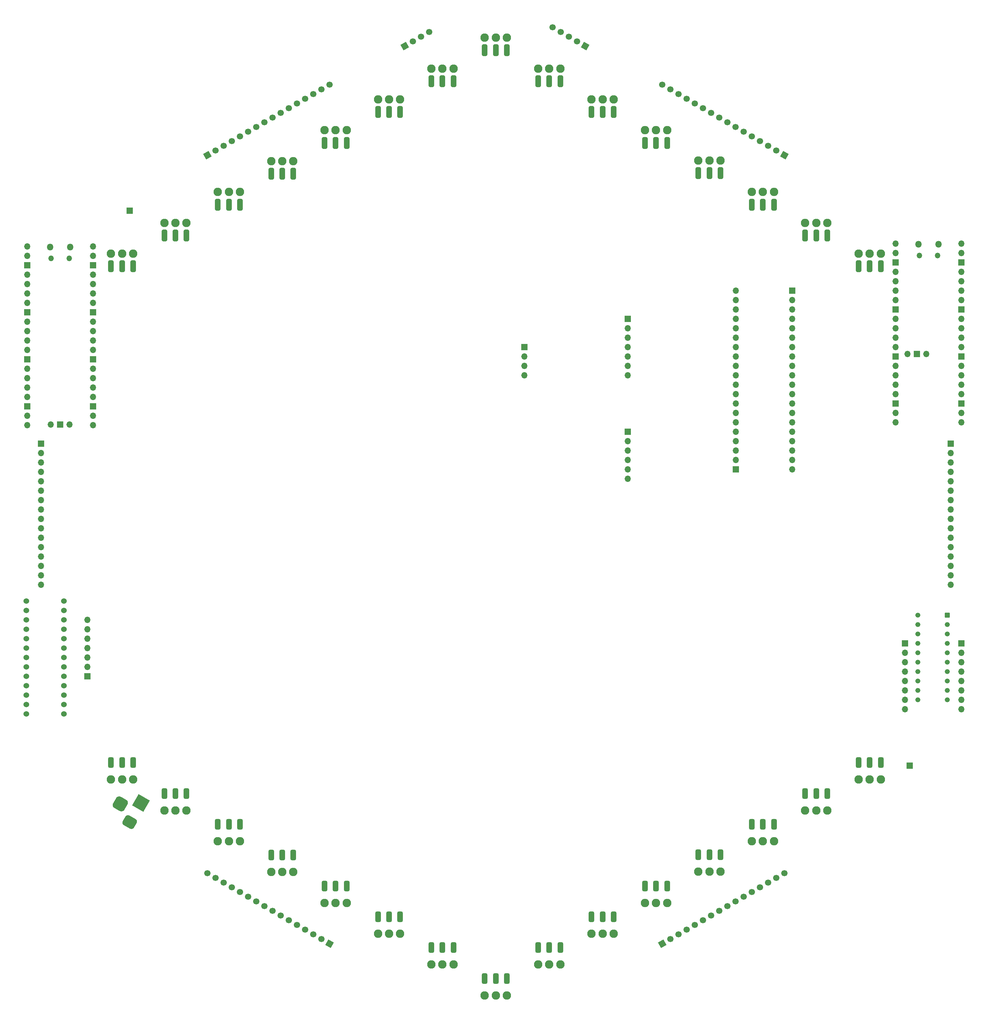
<source format=gts>
%TF.GenerationSoftware,KiCad,Pcbnew,7.0.9*%
%TF.CreationDate,2024-01-04T00:39:50-06:00*%
%TF.ProjectId,HexDisplayPCB,48657844-6973-4706-9c61-795043422e6b,rev?*%
%TF.SameCoordinates,Original*%
%TF.FileFunction,Soldermask,Top*%
%TF.FilePolarity,Negative*%
%FSLAX46Y46*%
G04 Gerber Fmt 4.6, Leading zero omitted, Abs format (unit mm)*
G04 Created by KiCad (PCBNEW 7.0.9) date 2024-01-04 00:39:50*
%MOMM*%
%LPD*%
G01*
G04 APERTURE LIST*
G04 Aperture macros list*
%AMRoundRect*
0 Rectangle with rounded corners*
0 $1 Rounding radius*
0 $2 $3 $4 $5 $6 $7 $8 $9 X,Y pos of 4 corners*
0 Add a 4 corners polygon primitive as box body*
4,1,4,$2,$3,$4,$5,$6,$7,$8,$9,$2,$3,0*
0 Add four circle primitives for the rounded corners*
1,1,$1+$1,$2,$3*
1,1,$1+$1,$4,$5*
1,1,$1+$1,$6,$7*
1,1,$1+$1,$8,$9*
0 Add four rect primitives between the rounded corners*
20,1,$1+$1,$2,$3,$4,$5,0*
20,1,$1+$1,$4,$5,$6,$7,0*
20,1,$1+$1,$6,$7,$8,$9,0*
20,1,$1+$1,$8,$9,$2,$3,0*%
%AMHorizOval*
0 Thick line with rounded ends*
0 $1 width*
0 $2 $3 position (X,Y) of the first rounded end (center of the circle)*
0 $4 $5 position (X,Y) of the second rounded end (center of the circle)*
0 Add line between two ends*
20,1,$1,$2,$3,$4,$5,0*
0 Add two circle primitives to create the rounded ends*
1,1,$1,$2,$3*
1,1,$1,$4,$5*%
%AMRotRect*
0 Rectangle, with rotation*
0 The origin of the aperture is its center*
0 $1 length*
0 $2 width*
0 $3 Rotation angle, in degrees counterclockwise*
0 Add horizontal line*
21,1,$1,$2,0,0,$3*%
G04 Aperture macros list end*
%ADD10C,1.524000*%
%ADD11RoundRect,0.381000X-0.381000X1.190500X-0.381000X-1.190500X0.381000X-1.190500X0.381000X1.190500X0*%
%ADD12RoundRect,0.381000X-0.381000X1.025500X-0.381000X-1.025500X0.381000X-1.025500X0.381000X1.025500X0*%
%ADD13C,2.286000*%
%ADD14R,1.700000X1.700000*%
%ADD15O,1.700000X1.700000*%
%ADD16HorizOval,1.700000X0.000000X0.000000X0.000000X0.000000X0*%
%ADD17RotRect,1.700000X1.700000X60.000000*%
%ADD18RotRect,3.500000X3.500000X60.000000*%
%ADD19RoundRect,0.750000X0.491025X-1.149519X1.241025X0.149519X-0.491025X1.149519X-1.241025X-0.149519X0*%
%ADD20RoundRect,0.875000X0.320272X-1.195272X1.195272X0.320272X-0.320272X1.195272X-1.195272X-0.320272X0*%
%ADD21RoundRect,0.102000X0.565000X0.565000X-0.565000X0.565000X-0.565000X-0.565000X0.565000X-0.565000X0*%
%ADD22C,1.334000*%
%ADD23HorizOval,1.700000X0.000000X0.000000X0.000000X0.000000X0*%
%ADD24RotRect,1.700000X1.700000X300.000000*%
%ADD25O,1.800000X1.800000*%
%ADD26O,1.500000X1.500000*%
G04 APERTURE END LIST*
D10*
%TO.C,U2*%
X224790000Y-234950000D03*
X224790000Y-237490000D03*
X224790000Y-240030000D03*
X224790000Y-242570000D03*
X224790000Y-245110000D03*
X224790000Y-247650000D03*
X224790000Y-250190000D03*
X224790000Y-252730000D03*
X224790000Y-252730000D03*
X224790000Y-255270000D03*
X224790000Y-257810000D03*
X224790000Y-260350000D03*
X224790000Y-262890000D03*
X224790000Y-265430000D03*
X214630000Y-234950000D03*
X214630000Y-237490000D03*
X214630000Y-240030000D03*
X214630000Y-242570000D03*
X214630000Y-245110000D03*
X214630000Y-247650000D03*
X214630000Y-250190000D03*
X214630000Y-252730000D03*
X214630000Y-255270000D03*
X214630000Y-257810000D03*
X214630000Y-260350000D03*
X214630000Y-262890000D03*
X214630000Y-265430000D03*
%TD*%
D11*
%TO.C,A12*%
X367398054Y-102860167D03*
X370398054Y-102860167D03*
X373398054Y-102860167D03*
D12*
X367398054Y-320182167D03*
X370398054Y-320182167D03*
X373398054Y-320182167D03*
D13*
X373398054Y-99446667D03*
X370398054Y-99446667D03*
X367398054Y-99446667D03*
X373398054Y-324746667D03*
X370398054Y-324746667D03*
X367398054Y-324746667D03*
%TD*%
D11*
%TO.C,A2*%
X251926054Y-136193500D03*
X254926054Y-136193500D03*
X257926054Y-136193500D03*
D12*
X251926054Y-286875500D03*
X254926054Y-286875500D03*
X257926054Y-286875500D03*
D13*
X257926054Y-132780000D03*
X254926054Y-132780000D03*
X251926054Y-132780000D03*
X257926054Y-291440000D03*
X254926054Y-291440000D03*
X251926054Y-291440000D03*
%TD*%
D11*
%TO.C,A4*%
X280794054Y-119526834D03*
X283794054Y-119526834D03*
X286794054Y-119526834D03*
D12*
X280794054Y-303528834D03*
X283794054Y-303528834D03*
X286794054Y-303528834D03*
D13*
X286794054Y-116113334D03*
X283794054Y-116113334D03*
X280794054Y-116113334D03*
X286794054Y-308093334D03*
X283794054Y-308093334D03*
X280794054Y-308093334D03*
%TD*%
D11*
%TO.C,A7*%
X324096054Y-94526834D03*
X327096054Y-94526834D03*
X330096054Y-94526834D03*
D12*
X324096054Y-328508834D03*
X327096054Y-328508834D03*
X330096054Y-328508834D03*
D13*
X330096054Y-91113334D03*
X327096054Y-91113334D03*
X324096054Y-91113334D03*
X330096054Y-333073334D03*
X327096054Y-333073334D03*
X324096054Y-333073334D03*
%TD*%
D11*
%TO.C,A3*%
X266360054Y-127860167D03*
X269360054Y-127860167D03*
X272360054Y-127860167D03*
D12*
X266360054Y-295202167D03*
X269360054Y-295202167D03*
X272360054Y-295202167D03*
D13*
X272360054Y-124446667D03*
X269360054Y-124446667D03*
X266360054Y-124446667D03*
X272360054Y-299766667D03*
X269360054Y-299766667D03*
X266360054Y-299766667D03*
%TD*%
D11*
%TO.C,A6*%
X309662054Y-102860167D03*
X312662054Y-102860167D03*
X315662054Y-102860167D03*
D12*
X309662054Y-320182167D03*
X312662054Y-320182167D03*
X315662054Y-320182167D03*
D13*
X315662054Y-99446667D03*
X312662054Y-99446667D03*
X309662054Y-99446667D03*
X315662054Y-324746667D03*
X312662054Y-324746667D03*
X309662054Y-324746667D03*
%TD*%
%TO.C,A17*%
X445568054Y-141113334D03*
X442568054Y-141113334D03*
X439568054Y-141113334D03*
X445568054Y-283113334D03*
X442568054Y-283113334D03*
X439568054Y-283113334D03*
D11*
X439568054Y-144526834D03*
X442568054Y-144526834D03*
X445568054Y-144526834D03*
D12*
X439568054Y-278548834D03*
X442568054Y-278548834D03*
X445568054Y-278548834D03*
%TD*%
D13*
%TO.C,A1*%
X243492054Y-141113334D03*
X240492054Y-141113334D03*
X237492054Y-141113334D03*
X243492054Y-283113334D03*
X240492054Y-283113334D03*
X237492054Y-283113334D03*
D11*
X237492054Y-144526834D03*
X240492054Y-144526834D03*
X243492054Y-144526834D03*
D12*
X237492054Y-278548834D03*
X240492054Y-278548834D03*
X243492054Y-278548834D03*
%TD*%
D11*
%TO.C,A15*%
X410700054Y-127860167D03*
X413700054Y-127860167D03*
X416700054Y-127860167D03*
D12*
X410700054Y-295202167D03*
X413700054Y-295202167D03*
X416700054Y-295202167D03*
D13*
X416700054Y-124446667D03*
X413700054Y-124446667D03*
X410700054Y-124446667D03*
X416700054Y-299766667D03*
X413700054Y-299766667D03*
X410700054Y-299766667D03*
%TD*%
D11*
%TO.C,A14*%
X396240000Y-119380000D03*
X399240000Y-119380000D03*
X402240000Y-119380000D03*
D12*
X396240000Y-303382000D03*
X399240000Y-303382000D03*
X402240000Y-303382000D03*
D13*
X402240000Y-115966500D03*
X399240000Y-115966500D03*
X396240000Y-115966500D03*
X402240000Y-307946500D03*
X399240000Y-307946500D03*
X396240000Y-307946500D03*
%TD*%
D11*
%TO.C,A16*%
X425134054Y-136193500D03*
X428134054Y-136193500D03*
X431134054Y-136193500D03*
D12*
X425134054Y-286875500D03*
X428134054Y-286875500D03*
X431134054Y-286875500D03*
D13*
X431134054Y-132780000D03*
X428134054Y-132780000D03*
X425134054Y-132780000D03*
X431134054Y-291440000D03*
X428134054Y-291440000D03*
X425134054Y-291440000D03*
%TD*%
D11*
%TO.C,A11*%
X352964054Y-94526834D03*
X355964054Y-94526834D03*
X358964054Y-94526834D03*
D12*
X352964054Y-328508834D03*
X355964054Y-328508834D03*
X358964054Y-328508834D03*
D13*
X358964054Y-91113334D03*
X355964054Y-91113334D03*
X352964054Y-91113334D03*
X358964054Y-333073334D03*
X355964054Y-333073334D03*
X352964054Y-333073334D03*
%TD*%
D11*
%TO.C,A8*%
X338530054Y-86193500D03*
X341530054Y-86193500D03*
X344530054Y-86193500D03*
D12*
X338530054Y-336835500D03*
X341530054Y-336835500D03*
X344530054Y-336835500D03*
D13*
X344530054Y-82780000D03*
X341530054Y-82780000D03*
X338530054Y-82780000D03*
X344530054Y-341400000D03*
X341530054Y-341400000D03*
X338530054Y-341400000D03*
%TD*%
D11*
%TO.C,A13*%
X381832054Y-111193500D03*
X384832054Y-111193500D03*
X387832054Y-111193500D03*
D12*
X381832054Y-311855500D03*
X384832054Y-311855500D03*
X387832054Y-311855500D03*
D13*
X387832054Y-107780000D03*
X384832054Y-107780000D03*
X381832054Y-107780000D03*
X387832054Y-316420000D03*
X384832054Y-316420000D03*
X381832054Y-316420000D03*
%TD*%
D11*
%TO.C,A5*%
X295228054Y-111193500D03*
X298228054Y-111193500D03*
X301228054Y-111193500D03*
D12*
X295228054Y-311855500D03*
X298228054Y-311855500D03*
X301228054Y-311855500D03*
D13*
X301228054Y-107780000D03*
X298228054Y-107780000D03*
X295228054Y-107780000D03*
X301228054Y-316420000D03*
X298228054Y-316420000D03*
X295228054Y-316420000D03*
%TD*%
D14*
%TO.C,J1*%
X406400000Y-199390000D03*
D15*
X406400000Y-196850000D03*
X406400000Y-194310000D03*
X406400000Y-191770000D03*
X406400000Y-189230000D03*
X406400000Y-186690000D03*
X406400000Y-184150000D03*
X406400000Y-181610000D03*
X406400000Y-179070000D03*
X406400000Y-176530000D03*
X406400000Y-173990000D03*
X406400000Y-171450000D03*
X406400000Y-168910000D03*
X406400000Y-166370000D03*
X406400000Y-163830000D03*
X406400000Y-161290000D03*
X406400000Y-158750000D03*
X406400000Y-156210000D03*
X406400000Y-153670000D03*
X406400000Y-151130000D03*
%TD*%
D14*
%TO.C,RTC1*%
X377190000Y-189230000D03*
D15*
X377190000Y-191770000D03*
X377190000Y-194310000D03*
X377190000Y-196850000D03*
X377190000Y-199390000D03*
X377190000Y-201930000D03*
%TD*%
D14*
%TO.C,LED_DATA_IN1*%
X242570000Y-129540000D03*
%TD*%
D16*
%TO.C,J7*%
X386513339Y-95431368D03*
X388713044Y-96701368D03*
X390912748Y-97971368D03*
X393112453Y-99241368D03*
X395312157Y-100511368D03*
X397511862Y-101781368D03*
X399711566Y-103051368D03*
X401911271Y-104321368D03*
X404110975Y-105591368D03*
X406310680Y-106861368D03*
X408510384Y-108131368D03*
X410710089Y-109401368D03*
X412909793Y-110671368D03*
X415109498Y-111941368D03*
X417309202Y-113211368D03*
D17*
X419508907Y-114481368D03*
%TD*%
D14*
%TO.C,STEPPER_1-4*%
X452120000Y-246380000D03*
D15*
X452120000Y-248920000D03*
X452120000Y-251460000D03*
X452120000Y-254000000D03*
X452120000Y-256540000D03*
X452120000Y-259080000D03*
X452120000Y-261620000D03*
X452120000Y-264160000D03*
%TD*%
D16*
%TO.C,J4*%
X263550664Y-308411173D03*
X265750369Y-309681173D03*
X267950073Y-310951173D03*
X270149778Y-312221173D03*
X272349482Y-313491173D03*
X274549187Y-314761173D03*
X276748891Y-316031173D03*
X278948596Y-317301173D03*
X281148300Y-318571173D03*
X283348005Y-319841173D03*
X285547709Y-321111173D03*
X287747414Y-322381173D03*
X289947118Y-323651173D03*
X292146823Y-324921173D03*
X294346527Y-326191173D03*
D17*
X296546232Y-327461173D03*
%TD*%
D15*
%TO.C,J3*%
X464493692Y-230497106D03*
X464493692Y-227957106D03*
X464493692Y-225417106D03*
X464493692Y-222877106D03*
X464493692Y-220337106D03*
X464493692Y-217797106D03*
X464493692Y-215257106D03*
X464493692Y-212717106D03*
X464493692Y-210177106D03*
X464493692Y-207637106D03*
X464493692Y-205097106D03*
X464493692Y-202557106D03*
X464493692Y-200017106D03*
X464493692Y-197477106D03*
X464493692Y-194937106D03*
D14*
X464493692Y-192397106D03*
%TD*%
D15*
%TO.C,J5*%
X218566052Y-230496439D03*
X218566052Y-227956439D03*
X218566052Y-225416439D03*
X218566052Y-222876439D03*
X218566052Y-220336439D03*
X218566052Y-217796439D03*
X218566052Y-215256439D03*
X218566052Y-212716439D03*
X218566052Y-210176439D03*
X218566052Y-207636439D03*
X218566052Y-205096439D03*
X218566052Y-202556439D03*
X218566052Y-200016439D03*
X218566052Y-197476439D03*
X218566052Y-194936439D03*
D14*
X218566052Y-192396439D03*
%TD*%
%TO.C,J2*%
X421640000Y-151130000D03*
D15*
X421640000Y-153670000D03*
X421640000Y-156210000D03*
X421640000Y-158750000D03*
X421640000Y-161290000D03*
X421640000Y-163830000D03*
X421640000Y-166370000D03*
X421640000Y-168910000D03*
X421640000Y-171450000D03*
X421640000Y-173990000D03*
X421640000Y-176530000D03*
X421640000Y-179070000D03*
X421640000Y-181610000D03*
X421640000Y-184150000D03*
X421640000Y-186690000D03*
X421640000Y-189230000D03*
X421640000Y-191770000D03*
X421640000Y-194310000D03*
X421640000Y-196850000D03*
X421640000Y-199390000D03*
%TD*%
D18*
%TO.C,J30*%
X245570000Y-289443848D03*
D19*
X242570000Y-294640000D03*
D20*
X239999681Y-289691924D03*
%TD*%
D17*
%TO.C,AmbientLightSensor1*%
X365668818Y-85090000D03*
D16*
X363469113Y-83820000D03*
X361269409Y-82550000D03*
X359069704Y-81280000D03*
X356870000Y-80010000D03*
%TD*%
D14*
%TO.C,MAX98357*%
X377190000Y-158750000D03*
D15*
X377190000Y-161290000D03*
X377190000Y-163830000D03*
X377190000Y-166370000D03*
X377190000Y-168910000D03*
X377190000Y-171450000D03*
X377190000Y-173990000D03*
%TD*%
D21*
%TO.C,U1*%
X463550000Y-238760000D03*
D22*
X463550000Y-241300000D03*
X463550000Y-243840000D03*
X463550000Y-246380000D03*
X463550000Y-248920000D03*
X463550000Y-251460000D03*
X463550000Y-254000000D03*
X463550000Y-256540000D03*
X463550000Y-259080000D03*
X463550000Y-261620000D03*
X455610000Y-261620000D03*
X455610000Y-259080000D03*
X455610000Y-256540000D03*
X455610000Y-254000000D03*
X455610000Y-251460000D03*
X455610000Y-248920000D03*
X455610000Y-246380000D03*
X455610000Y-243840000D03*
X455610000Y-241300000D03*
X455610000Y-238760000D03*
%TD*%
D14*
%TO.C,LED_DATA_OUT1*%
X453390000Y-279400000D03*
%TD*%
D23*
%TO.C,J8*%
X419509543Y-308412485D03*
X417309838Y-309682485D03*
X415110134Y-310952485D03*
X412910429Y-312222485D03*
X410710725Y-313492485D03*
X408511020Y-314762485D03*
X406311316Y-316032485D03*
X404111611Y-317302485D03*
X401911907Y-318572485D03*
X399712202Y-319842485D03*
X397512498Y-321112485D03*
X395312793Y-322382485D03*
X393113089Y-323652485D03*
X390913384Y-324922485D03*
X388713680Y-326192485D03*
D24*
X386513975Y-327462485D03*
%TD*%
D23*
%TO.C,J6*%
X296546160Y-95431217D03*
X294346455Y-96701217D03*
X292146751Y-97971217D03*
X289947046Y-99241217D03*
X287747342Y-100511217D03*
X285547637Y-101781217D03*
X283347933Y-103051217D03*
X281148228Y-104321217D03*
X278948524Y-105591217D03*
X276748819Y-106861217D03*
X274549115Y-108131217D03*
X272349410Y-109401217D03*
X270149706Y-110671217D03*
X267950001Y-111941217D03*
X265750297Y-113211217D03*
D24*
X263550592Y-114481217D03*
%TD*%
%TO.C,I2CBreakout1*%
X316910591Y-85090000D03*
D23*
X319110296Y-83820000D03*
X321310000Y-82550000D03*
X323509705Y-81280000D03*
%TD*%
D14*
%TO.C,Keypad1*%
X231140000Y-255270000D03*
D15*
X231140000Y-252730000D03*
X231140000Y-250190000D03*
X231140000Y-247650000D03*
X231140000Y-245110000D03*
X231140000Y-242570000D03*
X231140000Y-240030000D03*
%TD*%
D25*
%TO.C,PicoProbe1*%
X226485000Y-139325000D03*
D26*
X226185000Y-142355000D03*
X221335000Y-142355000D03*
D25*
X221035000Y-139325000D03*
D15*
X232650000Y-139195000D03*
X232650000Y-141735000D03*
D14*
X232650000Y-144275000D03*
D15*
X232650000Y-146815000D03*
X232650000Y-149355000D03*
X232650000Y-151895000D03*
X232650000Y-154435000D03*
D14*
X232650000Y-156975000D03*
D15*
X232650000Y-159515000D03*
X232650000Y-162055000D03*
X232650000Y-164595000D03*
X232650000Y-167135000D03*
D14*
X232650000Y-169675000D03*
D15*
X232650000Y-172215000D03*
X232650000Y-174755000D03*
X232650000Y-177295000D03*
X232650000Y-179835000D03*
D14*
X232650000Y-182375000D03*
D15*
X232650000Y-184915000D03*
X232650000Y-187455000D03*
X214870000Y-187455000D03*
X214870000Y-184915000D03*
D14*
X214870000Y-182375000D03*
D15*
X214870000Y-179835000D03*
X214870000Y-177295000D03*
X214870000Y-174755000D03*
X214870000Y-172215000D03*
D14*
X214870000Y-169675000D03*
D15*
X214870000Y-167135000D03*
X214870000Y-164595000D03*
X214870000Y-162055000D03*
X214870000Y-159515000D03*
D14*
X214870000Y-156975000D03*
D15*
X214870000Y-154435000D03*
X214870000Y-151895000D03*
X214870000Y-149355000D03*
X214870000Y-146815000D03*
D14*
X214870000Y-144275000D03*
D15*
X214870000Y-141735000D03*
X214870000Y-139195000D03*
X226300000Y-187225000D03*
D14*
X223760000Y-187225000D03*
D15*
X221220000Y-187225000D03*
%TD*%
D14*
%TO.C,STEPPER_4-8*%
X467360000Y-246380000D03*
D15*
X467360000Y-248920000D03*
X467360000Y-251460000D03*
X467360000Y-254000000D03*
X467360000Y-256540000D03*
X467360000Y-259080000D03*
X467360000Y-261620000D03*
X467360000Y-264160000D03*
%TD*%
D14*
%TO.C,MAX98357_BREAKOUT1*%
X349250000Y-166370000D03*
D15*
X349250000Y-168910000D03*
X349250000Y-171450000D03*
X349250000Y-173990000D03*
%TD*%
D25*
%TO.C,MasterControlPico1*%
X461195000Y-138560000D03*
D26*
X460895000Y-141590000D03*
X456045000Y-141590000D03*
D25*
X455745000Y-138560000D03*
D15*
X467360000Y-138430000D03*
X467360000Y-140970000D03*
D14*
X467360000Y-143510000D03*
D15*
X467360000Y-146050000D03*
X467360000Y-148590000D03*
X467360000Y-151130000D03*
X467360000Y-153670000D03*
D14*
X467360000Y-156210000D03*
D15*
X467360000Y-158750000D03*
X467360000Y-161290000D03*
X467360000Y-163830000D03*
X467360000Y-166370000D03*
D14*
X467360000Y-168910000D03*
D15*
X467360000Y-171450000D03*
X467360000Y-173990000D03*
X467360000Y-176530000D03*
X467360000Y-179070000D03*
D14*
X467360000Y-181610000D03*
D15*
X467360000Y-184150000D03*
X467360000Y-186690000D03*
X449580000Y-186690000D03*
X449580000Y-184150000D03*
D14*
X449580000Y-181610000D03*
D15*
X449580000Y-179070000D03*
X449580000Y-176530000D03*
X449580000Y-173990000D03*
X449580000Y-171450000D03*
D14*
X449580000Y-168910000D03*
D15*
X449580000Y-166370000D03*
X449580000Y-163830000D03*
X449580000Y-161290000D03*
X449580000Y-158750000D03*
D14*
X449580000Y-156210000D03*
D15*
X449580000Y-153670000D03*
X449580000Y-151130000D03*
X449580000Y-148590000D03*
X449580000Y-146050000D03*
D14*
X449580000Y-143510000D03*
D15*
X449580000Y-140970000D03*
X449580000Y-138430000D03*
X457885900Y-168160000D03*
D14*
X455345900Y-168160000D03*
D15*
X452805900Y-168160000D03*
%TD*%
M02*

</source>
